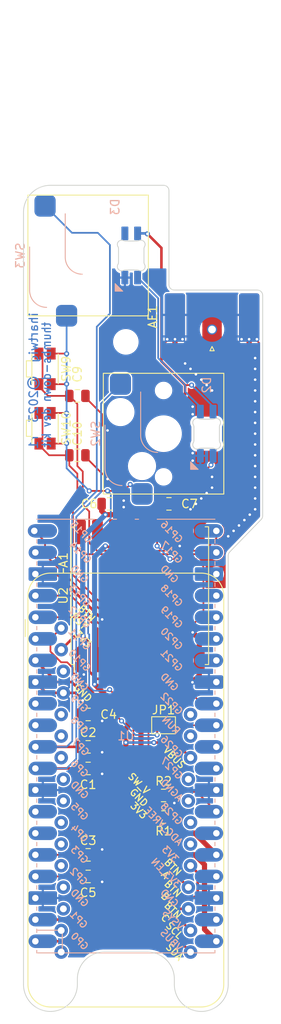
<source format=kicad_pcb>
(kicad_pcb (version 20221018) (generator pcbnew)
  (layers (0 "F.Cu" signal) (31 "B.Cu" signal) (34 "B.Paste" user) (35 "F.Paste" user) (36 "B.SilkS" user "B.Silkscreen") (37 "F.SilkS" user "F.Silkscreen") (38 "B.Mask" user) (39 "F.Mask" user) (44 "Edge.Cuts" user))
  (net 0 "")
  (net 1 "/GPIO10")
  (net 2 "GND")
  (net 3 "/GPIO6")
  (net 4 "/GPIO7")
  (net 5 "/GPIO11")
  (net 8 "/GPIO9")
  (net 9 "/GPIO8")
  (net 10 "/GPIO16")
  (net 11 "/GPIO17")
  (net 12 "/GPIO18")
  (net 13 "/GPIO19")
  (net 14 "/GPIO20")
  (net 15 "/GPIO21")
  (net 16 "/GPIO2")
  (net 17 "/GPIO3")
  (net 18 "/GPIO4")
  (net 19 "/GPIO5")
  (net 20 "+5V")
  (net 21 "/LED_DI_2")
  (net 22 "/LED_DI_1")
  (net 39 "+3V3")
  (net 40 "/SW_V")
  (net 42 "/DISP_SDA")
  (net 43 "/DISP_SCL")
  (net 44 "/RFM_ANT")
  (net 46 "/PICO_RESET")
  (net 47 "/RFM_MISO")
  (net 48 "/RFM_CSn")
  (net 49 "/RFM_SCK")
  (net 52 "/VSYS")
  (net 53 "/RFM_MOSI")
  (net 54 "/RFM_RESET")
  (net 55 "/GPIO26")
  (net 56 "/GPIO27")
  (footprint "Capacitor_SMD:C_0805_2012Metric" (layer "F.Cu") (at 145.415 84.455)
    (fp_text reference "C6")
    (fp_text value "0.1uF")
  )
  (footprint "MountingHole:MountingHole_2.7mm_M2.5" (layer "F.Cu") (at 138.43 140.97)
    (fp_text reference "H1" hide)
    (fp_text value "MountingHole")
  )
  (footprint "Capacitor_SMD:C_0805_2012Metric" (layer "F.Cu") (at 142.875 128.27)
    (fp_text reference "C5")
    (fp_text value "DNP")
  )
  (footprint "Capacitor_SMD:C_0805_2012Metric" (layer "F.Cu") (at 142.875 115.57)
    (fp_text reference "C1")
    (fp_text value "DNP")
  )
  (footprint "Button_Switch_SMD:SW_SPST_EVQP7C" (layer "F.Cu") (at 137.795 75.565 -90)
    (fp_text reference "SW10")
    (fp_text value "SW_Push")
  )
  (footprint "Resistor_SMD:R_0805_2012Metric" (layer "F.Cu") (at 151.765 121.285 180)
    (fp_text reference "R1")
    (fp_text value "R_Small")
  )
  (footprint "MountingHole:MountingHole_2.7mm_M2.5" (layer "F.Cu") (at 147.32 65.405)
    (fp_text reference "H4" hide)
    (fp_text value "MountingHole")
  )
  (footprint "pico-xpad-special:LED_SK6812MINI-E_PLCC4_3.5x3.5mm_P1.75mm" (layer "F.Cu") (at 151.765 76.2 90)
    (fp_text reference "D2")
    (fp_text value "SK6812MINI-E")
    (fp_line (start -1.699999 5.782842) (end -1.699999 4.377158) (stroke (width 0.1)) (layer "Edge.Cuts"))
    (fp_line (start -0.794452 3.58) (end 0.794452 3.58) (stroke (width 0.1)) (layer "Edge.Cuts"))
    (fp_line (start 0.794452 6.579999) (end -0.794453 6.579999) (stroke (width 0.1)) (layer "Edge.Cuts"))
    (fp_line (start 1.699999 4.377158) (end 1.699999 5.782842) (stroke (width 0.1)) (layer "Edge.Cuts"))
    (fp_arc (start -1.749484 4.16028) (mid -1.712527 4.265932) (end -1.699999 4.377158) (stroke (width 0.1)) (layer "Edge.Cuts"))
    (fp_arc (start -1.749484 4.160281) (mid -1.638072 3.575965) (end -1.046711 3.511701) (stroke (width 0.1)) (layer "Edge.Cuts"))
    (fp_arc (start -1.699999 5.782843) (mid -1.712527 5.894068) (end -1.749484 5.99972) (stroke (width 0.1)) (layer "Edge.Cuts"))
    (fp_arc (start -1.046711 6.648298) (mid -1.63807 6.584034) (end -1.749484 5.99972) (stroke (width 0.1)) (layer "Edge.Cuts"))
    (fp_arc (start -1.046711 6.648298) (mid -0.925123 6.597376) (end -0.794453 6.579999) (stroke (width 0.1)) (layer "Edge.Cuts"))
    (fp_arc (start -0.794452 3.58) (mid -0.925123 3.562623) (end -1.046711 3.511701) (stroke (width 0.1)) (layer "Edge.Cuts"))
    (fp_arc (start 0.794453 6.58) (mid 0.925123 6.597377) (end 1.046711 6.648299) (stroke (width 0.1)) (layer "Edge.Cuts"))
    (fp_arc (start 1.04671 3.511701) (mid 0.925122 3.562623) (end 0.794452 3.58) (stroke (width 0.1)) (layer "Edge.Cuts"))
    (fp_arc (start 1.046711 3.511703) (mid 1.63807 3.575965) (end 1.749484 4.16028) (stroke (width 0.1)) (layer "Edge.Cuts"))
    (fp_arc (start 1.699999 4.377157) (mid 1.712526 4.265931) (end 1.749484 4.16028) (stroke (width 0.1)) (layer "Edge.Cuts"))
    (fp_arc (start 1.749484 5.99972) (mid 1.638072 6.584037) (end 1.046711 6.648299) (stroke (width 0.1)) (layer "Edge.Cuts"))
    (fp_arc (start 1.749484 5.99972) (mid 1.71251 5.894071) (end 1.699999 5.782842) (stroke (width 0.1)) (layer "Edge.Cuts"))
  )
  (footprint "Capacitor_SMD:C_0805_2012Metric" (layer "F.Cu") (at 142.875 125.73)
    (fp_text reference "C3")
    (fp_text value "DNP")
  )
  (footprint "pico-xpad-special:Adafruit_Feather_Narrow" (layer "F.Cu") (at 137.16 99.06)
    (fp_text reference "A1")
    (fp_text value "Adafruit_Feather_Generic")
  )
  (footprint "Capacitor_SMD:C_0805_2012Metric" (layer "F.Cu") (at 141.605 78.74)
    (fp_text reference "C10")
    (fp_text value "DNP")
  )
  (footprint "MountingHole:MountingHole_2.7mm_M2.5" (layer "F.Cu") (at 138.43 82.55)
    (fp_text reference "H3" hide)
    (fp_text value "MountingHole")
  )
  (footprint "pico-xpad-special:Keyswitch_Hotswap_Kailh_1.00u" (layer "F.Cu") (at 151.765 76.2 90)
    (fp_text reference "SW2")
    (fp_text value "SW_Push")
  )
  (footprint "pico-xpad-special:LED_SK6812MINI-E_PLCC4_3.5x3.5mm_P1.75mm" (layer "F.Cu") (at 142.875 55.245 90)
    (fp_text reference "D3")
    (fp_text value "SK6812MINI-E")
    (fp_line (start -1.699999 5.782842) (end -1.699999 4.377158) (stroke (width 0.1)) (layer "Edge.Cuts"))
    (fp_line (start -0.794452 3.58) (end 0.794452 3.58) (stroke (width 0.1)) (layer "Edge.Cuts"))
    (fp_line (start 0.794452 6.579999) (end -0.794453 6.579999) (stroke (width 0.1)) (layer "Edge.Cuts"))
    (fp_line (start 1.699999 4.377158) (end 1.699999 5.782842) (stroke (width 0.1)) (layer "Edge.Cuts"))
    (fp_arc (start -1.749484 4.16028) (mid -1.712527 4.265932) (end -1.699999 4.377158) (stroke (width 0.1)) (layer "Edge.Cuts"))
    (fp_arc (start -1.749484 4.160281) (mid -1.638072 3.575965) (end -1.046711 3.511701) (stroke (width 0.1)) (layer "Edge.Cuts"))
    (fp_arc (start -1.699999 5.782843) (mid -1.712527 5.894068) (end -1.749484 5.99972) (stroke (width 0.1)) (layer "Edge.Cuts"))
    (fp_arc (start -1.046711 6.648298) (mid -1.63807 6.584034) (end -1.749484 5.99972) (stroke (width 0.1)) (layer "Edge.Cuts"))
    (fp_arc (start -1.046711 6.648298) (mid -0.925123 6.597376) (end -0.794453 6.579999) (stroke (width 0.1)) (layer "Edge.Cuts"))
    (fp_arc (start -0.794452 3.58) (mid -0.925123 3.562623) (end -1.046711 3.511701) (stroke (width 0.1)) (layer "Edge.Cuts"))
    (fp_arc (start 0.794453 6.58) (mid 0.925123 6.597377) (end 1.046711 6.648299) (stroke (width 0.1)) (layer "Edge.Cuts"))
    (fp_arc (start 1.04671 3.511701) (mid 0.925122 3.562623) (end 0.794452 3.58) (stroke (width 0.1)) (layer "Edge.Cuts"))
    (fp_arc (start 1.046711 3.511703) (mid 1.63807 3.575965) (end 1.749484 4.16028) (stroke (width 0.1)) (layer "Edge.Cuts"))
    (fp_arc (start 1.699999 4.377157) (mid 1.712526 4.265931) (end 1.749484 4.16028) (stroke (width 0.1)) (layer "Edge.Cuts"))
    (fp_arc (start 1.749484 5.99972) (mid 1.638072 6.584037) (end 1.046711 6.648299) (stroke (width 0.1)) (layer "Edge.Cuts"))
    (fp_arc (start 1.749484 5.99972) (mid 1.71251 5.894071) (end 1.699999 5.782842) (stroke (width 0.1)) (layer "Edge.Cuts"))
  )
  (footprint "Capacitor_SMD:C_0805_2012Metric" (layer "F.Cu") (at 142.875 109.22)
    (fp_text reference "C4")
    (fp_text value "DNP")
  )
  (footprint "pico-xpad-special:SMA_Molex_73251-1153_EdgeMount_Horizontal_Or_Spring_Ant" (layer "F.Cu") (at 157.48 63.95 -90)
    (fp_text reference "AE1")
    (fp_text value "Antenna_Shield")
  )
  (footprint "MountingHole:MountingHole_2.7mm_M2.5" (layer "F.Cu") (at 156.21 140.97)
    (fp_text reference "H2" hide)
    (fp_text value "MountingHole")
  )
  (footprint "pico-xpad-special:Keyswitch_Hotswap_Kailh_1.00u" (layer "F.Cu") (at 142.875 55.245 90)
    (fp_text reference "SW3")
    (fp_text value "SW_Push")
  )
  (footprint "Capacitor_SMD:C_0805_2012Metric" (layer "F.Cu") (at 141.605 71.755)
    (fp_text reference "C9")
    (fp_text value "DNP")
  )
  (footprint "Jumper:SolderJumper-2_P1.3mm_Open_TrianglePad1.0x1.5mm" (layer "F.Cu") (at 151.765 110.49)
    (fp_text reference "JP1")
    (fp_text value "SolderJumper_2_Open")
  )
  (footprint "Capacitor_SMD:C_0805_2012Metric" (layer "F.Cu") (at 152.4 84.455)
    (fp_text reference "C7")
    (fp_text value "0.1uF")
  )
  (footprint "Capacitor_SMD:C_0805_2012Metric" (layer "F.Cu") (at 142.875 113.03)
    (fp_text reference "C2")
    (fp_text value "DNP")
  )
  (footprint "Capacitor_SMD:C_0805_2012Metric" (layer "F.Cu") (at 151.765 118.745)
    (fp_text reference "R2")
    (fp_text value "R_Small")
  )
  (footprint "Button_Switch_SMD:SW_SPST_EVQP7C" (layer "F.Cu") (at 137.795 68.58 -90)
    (fp_text reference "SW9")
    (fp_text value "SW_Push")
  )
  (footprint "RF_Module:HOPERF_RFM9XW_SMD" (layer "F.Cu") (at 148.971 95.25 90)
    (fp_text reference "U2")
    (fp_text value "RFM69HCW")
  )
  (footprint "pico-xpad-special:RPi_Pico_SMD_TH_Keepouts" (layer "B.Cu") (at 147.32 111.76)
    (fp_text reference "U1")
    (fp_text value "PicoW")
  )
  (gr_line (start 139.954 92.583) (end 139.954 92.075) (stroke (width 0.15)) (layer "F.SilkS"))
  (gr_arc (start 135.255 50.165) (mid 136.184934 47.919932) (end 138.43 46.99) (stroke (width 0.1)) (layer "Edge.Cuts"))
  (gr_arc (start 149.86 137.16) (mid 152.105064 138.089936) (end 153.035 140.335) (stroke (width 0.1)) (layer "Edge.Cuts"))
  (gr_arc (start 159.385 90.551) (mid 159.433336 90.307996) (end 159.570987 90.101987) (stroke (width 0.1)) (layer "Edge.Cuts"))
  (gr_line (start 163.263013 86.301013) (end 159.570987 90.101987) (stroke (width 0.1)) (layer "Edge.Cuts"))
  (gr_arc (start 141.605 140.335) (mid 142.534936 138.089936) (end 144.78 137.16) (stroke (width 0.1)) (layer "Edge.Cuts"))
  (gr_line (start 152.4 47.625) (end 152.4 58.674) (stroke (width 0.1)) (layer "Edge.Cuts"))
  (gr_arc (start 162.814 59.309) (mid 163.263013 59.494987) (end 163.449 59.944) (stroke (width 0.1)) (layer "Edge.Cuts"))
  (gr_arc (start 163.449 85.852) (mid 163.400664 86.095004) (end 163.263013 86.301013) (stroke (width 0.1)) (layer "Edge.Cuts"))
  (gr_line (start 144.78 137.16) (end 149.86 137.16) (stroke (width 0.1)) (layer "Edge.Cuts"))
  (gr_arc (start 141.605 140.97) (mid 138.43 144.145) (end 135.255 140.97) (stroke (width 0.1)) (layer "Edge.Cuts"))
  (gr_line (start 135.255 50.165) (end 135.255 140.97) (stroke (width 0.1)) (layer "Edge.Cuts"))
  (gr_line (start 153.035 140.335) (end 153.035 140.97) (stroke (width 0.1)) (layer "Edge.Cuts"))
  (gr_line (start 141.605 140.97) (end 141.605 140.335) (stroke (width 0.1)) (layer "Edge.Cuts"))
  (gr_line (start 159.385 140.97) (end 159.385 90.551) (stroke (width 0.1)) (layer "Edge.Cuts"))
  (gr_arc (start 153.035 59.309) (mid 152.585987 59.123013) (end 152.4 58.674) (stroke (width 0.1)) (layer "Edge.Cuts"))
  (gr_arc (start 159.385 140.97) (mid 156.21 144.145) (end 153.035 140.97) (stroke (width 0.1)) (layer "Edge.Cuts"))
  (gr_arc (start 151.765 46.99) (mid 152.214013 47.175987) (end 152.4 47.625) (stroke (width 0.1)) (layer "Edge.Cuts"))
  (gr_line (start 163.449 59.944) (end 163.449 85.852) (stroke (width 0.1)) (layer "Edge.Cuts"))
  (gr_line (start 153.035 59.309) (end 162.814 59.309) (stroke (width 0.1)) (layer "Edge.Cuts"))
  (gr_line (start 138.43 46.99) (end 151.765 46.99) (stroke (width 0.1)) (layer "Edge.Cuts"))
  (gr_text "thumbs-down dev kit" (at 138.557 62.992 90) (layer "B.Cu") (effects (font (size 1 0.9) (thickness 0.1524)) (justify left bottom mirror)))
  (gr_text "ihartwig  ©2023  r1" (at 137.033 61.849 90) (layer "B.Cu") (effects (font (size 1 1) (thickness 0.1524)) (justify left bottom mirror)))
  (gr_text "SDA" (at 153.035 137.16 315) (layer "F.SilkS") (effects (font (size 0.8 0.8))))
  (gr_text "3V3" (at 148.844 120.523 315) (layer "F.SilkS") (effects (font (size 0.8 0.8))))
  (gr_text "VBUS" (at 153.035 114.3 315) (layer "F.SilkS") (effects (font (size 0.8 0.8))))
  (gr_text "GND" (at 148.844 118.999 315) (layer "F.SilkS") (effects (font (size 0.8 0.8))))
  (gr_text "BTN\nA" (at 152.4 127.635 315) (layer "F.SilkS") (effects (font (size 0.8 0.8))))
  (gr_text "BTN\nB" (at 152.4 130.175 315) (layer "F.SilkS") (effects (font (size 0.8 0.8))))
  (gr_text "3V3" (at 142.24 100.33 315) (layer "F.SilkS") (effects (font (size 0.8 0.8))))
  (gr_text "SCL" (at 153.035 134.62 315) (layer "F.SilkS") (effects (font (size 0.8 0.8))))
  (gr_text "BTN\nRST" (at 142.24 97.79 315) (layer "F.SilkS") (effects (font (size 0.8 0.8))))
  (gr_text "SW_V" (at 148.844 117.348 315) (layer "F.SilkS") (effects (font (size 0.8 0.8))))
  (gr_text "BTN\nC" (at 152.4 132.715 315) (layer "F.SilkS") (effects (font (size 0.8 0.8))))
  (gr_text "GND" (at 142.24 106.68 315) (layer "F.SilkS") (effects (font (size 0.8 0.8))))
  (segment (start 140.942398 105.41) (end 142.8491 107.316702) (width 0.3048) (layer "F.Cu") (net 1))
  (segment (start 154.686 129.54) (end 145.415 120.269) (width 0.3048) (layer "F.Cu") (net 1))
  (segment (start 141.925 110.175) (end 142.24 110.49) (width 0.3048) (layer "F.Cu") (net 1))
  (segment (start 145.415 112.395) (end 143.51 110.49) (width 0.3048) (layer "F.Cu") (net 1))
  (segment (start 142.8491 108.2959) (end 141.925 109.22) (width 0.3048) (layer "F.Cu") (net 1))
  (segment (start 136.652 102.87) (end 139.192 105.41) (width 0.3048) (layer "F.Cu") (net 1))
  (segment (start 139.192 105.41) (end 140.942398 105.41) (width 0.3048) (layer "F.Cu") (net 1))
  (segment (start 141.925 109.22) (end 141.925 110.175) (width 0.3048) (layer "F.Cu") (net 1))
  (segment (start 143.51 110.49) (end 142.24 110.49) (width 0.3048) (layer "F.Cu") (net 1))
  (segment (start 145.415 120.269) (end 145.415 112.395) (width 0.3048) (layer "F.Cu") (net 1))
  (segment (start 142.8491 107.316702) (end 142.8491 108.2959) (width 0.3048) (layer "F.Cu") (net 1))
  (segment (start 143.891 113.03) (end 144.526 113.665) (width 0.2032) (layer "F.Cu") (net 2))
  (segment (start 155.575 84.455) (end 156.21 83.82) (width 0.6096) (layer "F.Cu") (net 2))
  (segment (start 162.56 78.74) (end 162.56 80.01) (width 0.6096) (layer "F.Cu") (net 2))
  (segment (start 160.655 86.995) (end 160.02 87.63) (width 0.6096) (layer "F.Cu") (net 2))
  (segment (start 152.1968 65.093) (end 152.1968 65.2526) (width 0.2032) (layer "F.Cu") (net 2))
  (segment (start 156.845 70.485) (end 157.48 71.12) (width 0.6096) (layer "F.Cu") (net 2))
  (segment (start 157.988 79.502) (end 157.353 78.867) (width 0.2032) (layer "F.Cu") (net 2))
  (segment (start 136.652 92.71) (end 139.192 92.71) (width 0.3048) (layer "F.Cu") (net 2))
  (segment (start 143.891 128.27) (end 144.526 128.905) (width 0.2032) (layer "F.Cu") (net 2))
  (segment (start 153.971 89.107) (end 153.67 89.408) (width 0.6096) (layer "F.Cu") (net 2))
  (segment (start 143.825 109.281) (end 144.526 109.982) (width 0.2032) (layer "F.Cu") (net 2))
  (segment (start 156.845 83.185) (end 157.48 82.55) (width 0.6096) (layer "F.Cu") (net 2))
  (segment (start 162.56 83.82) (end 162.56 85.09) (width 0.6096) (layer "F.Cu") (net 2))
  (segment (start 157.988 80.518) (end 157.988 79.502) (width 0.2032) (layer "F.Cu") (net 2))
  (segment (start 155.194 78.486) (end 155.194 79.375) (width 0.2032) (layer "F.Cu") (net 2))
  (segment (start 155.575 73.025) (end 155.194 73.025) (width 0.6096) (layer "F.Cu") (net 2))
  (segment (start 161.8488 66.5988) (end 161.8488 65.4232) (width 0.6096) (layer "F.Cu") (net 2))
  (segment (start 141.971 104.125) (end 142.367 104.521) (width 0.6096) (layer "F.Cu") (net 2))
  (segment (start 161.925 85.725) (end 161.29 86.36) (width 0.6096) (layer "F.Cu") (net 2))
  (segment (start 146.365 84.455) (end 146.685 84.455) (width 0.2032) (layer "F.Cu") (net 2))
  (segment (start 144.526 75.184) (end 145.161 75.819) (width 0.2032) (layer "F.Cu") (net 2))
  (segment (start 153.971 87.725) (end 153.971 86.059) (width 0.6096) (layer "F.Cu") (net 2))
  (segment (start 162.56 71.12) (end 162.56 72.39) (width 0.6096) (layer "F.Cu") (net 2))
  (segment (start 162.7632 65.093) (end 162.7632 65.2526) (width 0.2032) (layer "F.Cu") (net 2))
  (segment (start 155.971 102.775) (end 155.971 100.345) (width 0.6096) (layer "F.Cu") (net 2))
  (segment (start 153.971 86.059) (end 154.94 85.09) (width 0.6096) (layer "F.Cu") (net 2))
  (segment (start 155.971 104.633) (end 155.1686 105.4354) (width 0.6096) (layer "F.Cu") (net 2))
  (segment (start 155.575 78.867) (end 155.194 78.486) (width 0.2032) (layer "F.Cu") (net 2))
  (segment (start 153.1112 65.093) (end 153.1112 66.7512) (width 0.6096) (layer "F.Cu") (net 2))
  (segment (start 160.02 87.63) (end 159.385 88.265) (width 0.6096) (layer "F.Cu") (net 2))
  (segment (start 146.685 84.455) (end 147.066 84.836) (width 0.2032) (layer "F.Cu") (net 2))
  (segment (start 157.353 78.867) (end 155.575 78.867) (width 0.2032) (layer "F.Cu") (net 2))
  (segment (start 143.825 113.03) (end 143.891 113.03) (width 0.2032) (layer "F.Cu") (net 2))
  (segment (start 143.891 125.73) (end 144.526 125.095) (width 0.2032) (layer "F.Cu") (net 2))
  (segment (start 141.971 102.775) (end 141.971 101.361) (width 0.6096) (layer "F.Cu") (net 2))
  (segment (start 162.56 76.2) (end 162.56 77.47) (width 0.6096) (layer "F.Cu") (net 2))
  (segment (start 144.145 73.533) (end 144.526 73.914) (width 0.2032) (layer "F.Cu") (net 2))
  (segment (start 143.825 125.73) (end 143.891 125.73) (width 0.2032) (layer "F.Cu") (net 2))
  (segment (start 152.1968 65.2526) (end 151.9174 65.532) (width 0.2032) (layer "F.Cu") (net 2))
  (segment (start 157.48 81.28) (end 157.48 81.026) (width 0.2032) (layer "F.Cu") (net 2))
  (segment (start 162.56 68.58) (end 162.56 69.85) (width 0.6096) (layer "F.Cu") (net 2))
  (segment (start 141.971 101.361) (end 142.367 100.965) (width 0.6096) (layer "F.Cu") (net 2))
  (segment (start 152.715 119.314) (end 153.035 119.634) (width 0.3048) (layer "F.Cu") (net 2))
  (segment (start 157.48 71.12) (end 155.575 73.025) (width 0.6096) (layer "F.Cu") (net 2))
  (segment (start 139.954 106.68) (end 141.351 106.68) (width 0.3048) (layer "F.Cu") (net 2))
  (segment (start 143.825 115.57) (end 143.891 115.57) (width 0.2032) (layer "F.Cu") (net 2))
  (segment (start 143.825 128.27) (end 143.891 128.27) (width 0.2032) (layer "F.Cu") (net 2))
  (segment (start 153.971 87.725) (end 153.971 89.107) (width 0.6096) (layer "F.Cu") (net 2))
  (segment (start 142.555 78.928) (end 145.161 81.534) (width 0.2032) (layer "F.Cu") (net 2))
  (segment (start 141.351 106.68) (end 142.24 107.569) (width 0.3048) (layer "F.Cu") (net 2))
  (segment (start 155.971 100.345) (end 155.194 99.568) (width 0.6096) (layer "F.Cu") (net 2))
  (segment (start 137.922 106.68) (end 139.954 106.68) (width 0.3048) (layer "F.Cu") (net 2))
  (segment (start 162.56 67.31) (end 161.8488 66.5988) (width 0.6096) (layer "F.Cu") (net 2))
  (segment (start 142.555 71.943) (end 144.145 73.533) (width 0.2032) (layer "F.Cu") (net 2))
  (segment (start 136.652 105.41) (end 137.922 106.68) (width 0.3048) (layer "F.Cu") (net 2))
  (segment (start 154.305 67.945) (end 154.94 68.58) (width 0.6096) (layer "F.Cu") (net 2))
  (segment (start 157.48 81.026) (end 157.988 80.518) (width 0.2032) (layer "F.Cu") (net 2))
  (segment (start 141.971 102.775) (end 141.971 104.125) (width 0.6096) (layer "F.Cu") (net 2))
  (segment (start 142.555 71.755) (end 142.555 71.943) (width 0.2032) (layer "F.Cu") (net 2))
  (segment (start 155.971 102.775) (end 155.971 104.633) (width 0.6096) (layer "F.Cu") (net 2))
  (segment (start 144.526 98.044) (end 139.192 92.71) (width 0.3048) (layer "F.Cu") (net 2))
  (segment (start 162.56 73.66) (end 162.56 74.93) (width 0.6096) (layer "F.Cu") (net 2))
  (segment (start 143.825 109.22) (end 143.825 109.281) (width 0.2032) (layer "F.Cu") (net 2))
  (segment (start 152.715 118.745) (end 152.715 119.314) (width 0.3048) (layer "F.Cu") (net 2))
  (segment (start 143.891 115.57) (end 144.526 116.205) (width 0.2032) (layer "F.Cu") (net 2))
  (segment (start 162.56 81.28) (end 162.56 82.55) (width 0.6096) (layer "F.Cu") (net 2))
  (segment (start 153.1112 66.7512) (end 154.305 67.945) (width 0.6096) (layer "F.Cu") (net 2))
  (segment (start 142.555 78.74) (end 142.555 79.309) (width 0.2032) (layer "F.Cu") (net 2))
  (segment (start 144.526 73.914) (end 144.526 75.184) (width 0.2032) (layer "F.Cu") (net 2))
  (segment (start 162.7632 65.2526) (end 163.0426 65.532) (width 0.2032) (layer "F.Cu") (net 2))
  (segment (start 142.555 78.74) (end 142.555 78.928) (width 0.2032) (layer "F.Cu") (net 2))
  (segment (start 146.685 84.455) (end 147.066 84.074) (width 0.2032) (layer "F.Cu") (net 2))
  (segment (start 155.575 69.215) (end 156.21 69.85) (width 0.6096) (layer "F.Cu") (net 2))
  (via (at 145.161 81.534) (size 0.6096) (drill 0.3048) (layers "F.Cu" "B.Cu") (net 2))
  (via (at 162.56 71.12) (size 0.6096) (drill 0.3048) (layers "F.Cu" "B.Cu") (net 2))
  (via (at 144.526 128.905) (size 0.6096) (drill 0.3048) (layers "F.Cu" "B.Cu") (net 2))
  (via (at 142.367 104.521) (size 0.6096) (drill 0.3048) (layers "F.Cu" "B.Cu") (net 2))
  (via (at 162.56 78.74) (size 0.6096) (drill 0.3048) (layers "F.Cu" "B.Cu") (net 2))
  (via (at 147.066 84.836) (size 0.6096) (drill 0.3048) (layers "F.Cu" "B.Cu") (net 2))
  (via (at 155.194 99.568) (size 0.6096) (drill 0.3048) (layers "F.Cu" "B.Cu") (net 2))
  (via (at 154.94 68.58) (size 0.6096) (drill 0.3048) (layers "F.Cu" "B.Cu") (net 2))
  (via (at 154.94 85.09) (size 0.6096) (drill 0.3048) (layers "F.Cu" "B.Cu") (net 2))
  (via (at 162.56 77.47) (size 0.6096) (drill 0.3048) (layers "F.Cu" "B.Cu") (net 2))
  (via (at 155.194 79.375) (size 0.6096) (drill 0.3048) (layers "F.Cu" "B.Cu") (net 2))
  (via (at 159.385 88.265) (size 0.6096) (drill 0.3048) (layers "F.Cu" "B.Cu") (net 2))
  (via (at 156.21 69.85) (size 0.6096) (drill 0.3048) (layers "F.Cu" "B.Cu") (net 2))
  (via (at 162.56 80.01) (size 0.6096) (drill 0.3048) (layers "F.Cu" "B.Cu") (net 2))
  (via (at 144.526 109.982) (size 0.6096) (drill 0.3048) (layers "F.Cu" "B.Cu") (net 2))
  (via (at 162.56 72.39) (size 0.6096) (drill 0.3048) (layers "F.Cu" "B.Cu") (net 2))
  (via (at 162.56 76.2) (size 0.6096) (drill 0.3048) (layers "F.Cu" "B.Cu") (net 2))
  (via (at 155.1686 105.4354) (size 0.6096) (drill 0.3048) (layers "F.Cu" "B.Cu") (net 2))
  (via (at 157.48 81.28) (size 0.6096) (drill 0.3048) (layers "F.Cu" "B.Cu") (net 2))
  (via (at 156.21 83.82) (size 0.6096) (drill 0.3048) (layers "F.Cu" "B.Cu") (net 2))
  (via (at 155.575 69.215) (size 0.6096) (drill 0.3048) (layers "F.Cu" "B.Cu") (net 2))
  (via (at 154.305 67.945) (size 0.6096) (drill 0.3048) (layers "F.Cu" "B.Cu") (net 2))
  (via (at 153.035 119.634) (size 0.6096) (drill 0.3048) (layers "F.Cu" "B.Cu") (net 2))
  (via (at 144.526 116.205) (size 0.6096) (drill 0.3048) (layers "F.Cu" "B.Cu") (net 2))
  (via (at 156.845 83.185) (size 0.6096) (drill 0.3048) (layers "F.Cu" "B.Cu") (net 2))
  (via (at 155.194 78.486) (size 0.6096) (drill 0.3048) (layers "F.Cu" "B.Cu") (net 2))
  (via (at 162.56 68.58) (size 0.6096) (drill 0.3048) (layers "F.Cu" "B.Cu") (net 2))
  (via (at 162.56 74.93) (size 0.6096) (drill 0.3048) (layers "F.Cu" "B.Cu") (net 2))
  (via (at 162.56 82.55) (size 0.6096) (drill 0.3048) (layers "F.Cu" "B.Cu") (net 2))
  (via (at 157.48 71.12) (size 0.6096) (drill 0.3048) (layers "F.Cu" "B.Cu") (net 2))
  (via (at 162.56 73.66) (size 0.6096) (drill 0.3048) (layers "F.Cu" "B.Cu") (net 2))
  (via (at 160.02 87.63) (size 0.6096) (drill 0.3048) (layers "F.Cu" "B.Cu") (net 2))
  (via (at 162.56 81.28) (size 0.6096) (drill 0.3048) (layers "F.Cu" "B.Cu") (net 2))
  (via (at 144.526 125.095) (size 0.6096) (drill 0.3048) (layers "F.Cu" "B.Cu") (net 2))
  (via (at 144.526 113.665) (size 0.6096) (drill 0.3048) (layers "F.Cu" "B.Cu") (net 2))
  (via (at 155.575 84.455) (size 0.6096) (drill 0.3048) (layers "F.Cu" "B.Cu") (net 2))
  (via (at 162.56 83.82) (size 0.6096) (drill 0.3048) (layers "F.Cu" "B.Cu") (net 2))
  (via (at 162.56 69.85) (size 0.6096) (drill 0.3048) (layers "F.Cu" "B.Cu") (net 2))
  (via (at 155.194 73.025) (size 0.6096) (drill 0.3048) (layers "F.Cu" "B.Cu") (net 2))
  (via (at 145.161 75.819) (size 0.6096) (drill 0.3048) (layers "F.Cu" "B.Cu") (net 2))
  (via (at 157.48 82.55) (size 0.6096) (drill 0.3048) (layers "F.Cu" "B.Cu") (net 2))
  (via (at 147.066 84.074) (size 0.6096) (drill 0.3048) (layers "F.Cu" "B.Cu") (net 2))
  (via (at 142.24 107.569) (size 0.6096) (drill 0.3048) (layers "F.Cu" "B.Cu") (net 2))
  (via (at 142.367 100.965) (size 0.6096) (drill 0.3048) (layers "F.Cu" "B.Cu") (net 2))
  (via (at 153.67 89.408) (size 0.6096) (drill 0.3048) (layers "F.Cu" "B.Cu") (net 2))
  (via (at 156.845 70.485) (size 0.6096) (drill 0.3048) (layers "F.Cu" "B.Cu") (net 2))
  (via (at 144.526 98.044) (size 0.6096) (drill 0.3048) (layers "F.Cu" "B.Cu") (net 2))
  (via (at 161.29 86.36) (size 0.6096) (drill 0.3048) (layers "F.Cu" "B.Cu") (net 2))
  (via (at 162.56 85.09) (size 0.6096) (drill 0.3048) (layers "F.Cu" "B.Cu") (net 2))
  (via (at 162.56 67.31) (size 0.6096) (drill 0.3048) (layers "F.Cu" "B.Cu") (net 2))
  (via (at 161.925 85.725) (size 0.6096) (drill 0.3048) (layers "F.Cu" "B.Cu") (net 2))
  (via (at 155.194 73.914) (size 0.6096) (drill 0.3048) (layers "F.Cu" "B.Cu") (net 2))
  (via (at 160.655 86.995) (size 0.6096) (drill 0.3048) (layers "F.Cu" "B.Cu") (net 2))
  (segment (start 156.21 83.82) (end 156.845 83.185) (width 0.6096) (layer "B.Cu") (net 2))
  (segment (start 162.56 85.09) (end 161.925 85.725) (width 0.6096) (layer "B.Cu") (net 2))
  (segment (start 162.56 74.93) (end 162.56 76.2) (width 0.6096) (layer "B.Cu") (net 2))
  (segment (start 162.56 69.85) (end 162.56 71.12) (width 0.6096) (layer "B.Cu") (net 2))
  (segment (start 162.56 80.01) (end 162.56 81.28) (width 0.6096) (layer "B.Cu") (net 2))
  (segment (start 155.194 105.41) (end 155.1686 105.4354) (width 0.6096) (layer "B.Cu") (net 2))
  (segment (start 155.194 73.025) (end 155.194 73.914) (width 0.6096) (layer "B.Cu") (net 2))
  (segment (start 157.48 82.55) (end 157.48 81.28) (width 0.6096) (layer "B.Cu") (net 2))
  (segment (start 161.29 86.36) (end 160.655 86.995) (width 0.6096) (layer "B.Cu") (net 2))
  (segment (start 154.94 85.09) (end 155.575 84.455) (width 0.6096) (layer "B.Cu") (net 2))
  (segment (start 162.56 82.55) (end 162.56 83.82) (width 0.6096) (layer "B.Cu") (net 2))
  (segment (start 156.21 69.85) (end 156.845 70.485) (width 0.6096) (layer "B.Cu") (net 2))
  (segment (start 147.205 57.845) (end 147.205 58.305) (width 0.2032) (layer "B.Cu") (net 2))
  (segment (start 154.94 68.58) (end 155.575 69.215) (width 0.6096) (layer "B.Cu") (net 2))
  (segment (start 162.56 77.47) (end 162.56 78.74) (width 0.6096) (layer "B.Cu") (net 2))
  (segment (start 162.56 67.31) (end 162.56 68.58) (width 0.6096) (layer "B.Cu") (net 2))
  (segment (start 156.21 105.41) (end 155.194 105.41) (width 0.6096) (layer "B.Cu") (net 2))
  (segment (start 162.56 72.39) (end 162.56 73.66) (width 0.6096) (layer "B.Cu") (net 2))
  (segment (start 141.925 115.57) (end 136.652 115.57) (width 0.3048) (layer "F.Cu") (net 3))
  (segment (start 140.335 115.57) (end 141.478 114.427) (width 0.2032) (layer "B.Cu") (net 3))
  (segment (start 141.478 85.979) (end 144.399 83.058) (width 0.2032) (layer "B.Cu") (net 3))
  (segment (start 144.399 72.644) (end 146.685 70.358) (width 0.2032) (layer "B.Cu") (net 3))
  (segment (start 144.399 83.058) (end 144.399 72.644) (width 0.2032) (layer "B.Cu") (net 3))
  (segment (start 141.478 114.427) (end 141.478 85.979) (width 0.2032) (layer "B.Cu") (net 3))
  (segment (start 138.43 115.57) (end 140.335 115.57) (width 0.2032) (layer "B.Cu") (net 3))
  (segment (start 136.652 113.03) (end 141.925 113.03) (width 0.3048) (layer "F.Cu") (net 4))
  (segment (start 141.008 101.759188) (end 141.008 112.357) (width 0.2032) (layer "B.Cu") (net 4))
  (segment (start 145.440899 54.002299) (end 145.440899 62.077101) (width 0.2032) (layer "B.Cu") (net 4))
  (segment (start 140.995899 101.747087) (end 141.008 101.759188) (width 0.2032) (layer "B.Cu") (net 4))
  (segment (start 143.891 82.931) (end 140.995899 85.826101) (width 0.2032) (layer "B.Cu") (net 4))
  (segment (start 140.335 113.03) (end 138.43 113.03) (width 0.2032) (layer "B.Cu") (net 4))
  (segment (start 144.0166 52.578) (end 145.440899 54.002299) (width 0.2032) (layer "B.Cu") (net 4))
  (segment (start 141.008 112.357) (end 140.335 113.03) (width 0.2032) (layer "B.Cu") (net 4))
  (segment (start 145.440899 62.077101) (end 143.891 63.627) (width 0.2032) (layer "B.Cu") (net 4))
  (segment (start 140.97 52.578) (end 144.0166 52.578) (width 0.2032) (layer "B.Cu") (net 4))
  (segment (start 137.795 49.403) (end 140.97 52.578) (width 0.2032) (layer "B.Cu") (net 4))
  (segment (start 140.995899 85.826101) (end 140.995899 101.747087) (width 0.2032) (layer "B.Cu") (net 4))
  (segment (start 143.891 63.627) (end 143.891 82.931) (width 0.2032) (layer "B.Cu") (net 4))
  (segment (start 151.04 111.596) (end 151.003 111.633) (width 0.1524) (layer "F.Cu") (net 5))
  (segment (start 141.082 103.759) (end 141.082 104.252) (width 0.2032) (layer "F.Cu") (net 5))
  (segment (start 141.082 104.252) (end 146.812 109.982) (width 0.2032) (layer "F.Cu") (net 5))
  (segment (start 136.652 100.33) (end 138.43 100.33) (width 0.2032) (layer "F.Cu") (net 5))
  (segment (start 151.003 111.633) (end 151.003 110.527) (width 0.1524) (layer "F.Cu") (net 5))
  (segment (start 140.409 103.086) (end 141.082 103.759) (width 0.2032) (layer "F.Cu") (net 5))
  (segment (start 138.43 100.33) (end 139.7 99.06) (width 0.2032) (layer "F.Cu") (net 5))
  (segment (start 138.43 100.33) (end 138.43 101.820582) (width 0.2032) (layer "F.Cu") (net 5))
  (segment (start 151.003 110.527) (end 151.04 110.49) (width 0.1524) (layer "F.Cu") (net 5))
  (segment (start 138.43 101.820582) (end 139.695418 103.086) (width 0.2032) (layer "F.Cu") (net 5))
  (segment (start 139.695418 103.086) (end 140.409 103.086) (width 0.2032) (layer "F.Cu") (net 5))
  (via (at 146.812 109.982) (size 0.6096) (drill 0.3048) (layers "F.Cu" "B.Cu") (net 5))
  (via (at 151.003 111.633) (size 0.6096) (drill 0.3048) (layers "F.Cu" "B.Cu") (net 5))
  (segment (start 148.463 111.633) (end 151.003 111.633) (width 0.2032) (layer "B.Cu") (net 5))
  (segment (start 146.812 109.982) (end 148.463 111.633) (width 0.2032) (layer "B.Cu") (net 5))
  (segment (start 142.24 84.582) (end 143.002 85.344) (width 0.2032) (layer "F.Cu") (net 10))
  (segment (start 143.002 89.039223) (end 143.929077 89.9663) (width 0.2032) (layer "F.Cu") (net 10))
  (segment (start 137.499 67.204) (end 137.075 66.78) (width 0.2032) (layer "F.Cu") (net 10))
  (segment (start 156.5407 89.9663) (end 157.988 88.519) (width 0.2032) (layer "F.Cu") (net 10))
  (segment (start 141.605 72.705) (end 141.605 80.01) (width 0.2032) (layer "F.Cu") (net 10))
  (segment (start 143.002 85.344) (end 143.002 89.039223) (width 0.2032) (layer "F.Cu") (net 10))
  (segment (start 143.929077 89.9663) (end 156.5407 89.9663) (width 0.2032) (layer "F.Cu") (net 10))
  (segment (start 138.157 71.755) (end 137.075 70.673) (width 0.2032) (layer "F.Cu") (net 10))
  (segment (start 137.075 70.38) (end 137.499 69.956) (width 0.2032) (layer "F.Cu") (net 10))
  (segment (start 157.988 88.519) (end 157.988 87.63) (width 0.2032) (layer "F.Cu") (net 10))
  (segment (start 141.605 80.01) (end 142.24 80.645) (width 0.2032) (layer "F.Cu") (net 10))
  (segment (start 142.24 80.645) (end 142.24 84.582) (width 0.2032) (layer "F.Cu") (net 10))
  (segment (start 140.655 71.755) (end 141.605 72.705) (width 0.2032) (layer "F.Cu") (net 10))
  (segment (start 137.075 70.673) (end 137.075 70.38) (width 0.2032) (layer "F.Cu") (net 10))
  (segment (start 137.499 69.956) (end 137.499 67.204) (width 0.2032) (layer "F.Cu") (net 10))
  (segment (start 140.655 71.755) (end 138.157 71.755) (width 0.2032) (layer "F.Cu") (net 10))
  (segment (start 157.988 87.63) (end 156.712622 87.63) (width 0.2032) (layer "B.Cu") (net 10))
  (segment (start 141.082 85.105) (end 141.605 84.582) (width 0.2032) (layer "F.Cu") (net 11))
  (segment (start 140.655 78.74) (end 138.275 78.74) (width 0.2032) (layer "F.Cu") (net 11))
  (segment (start 137.499 76.766) (end 137.499 74.189) (width 0.2032) (layer "F.Cu") (net 11))
  (segment (start 156.91037 90.17) (end 156.70667 90.3737) (width 0.2032) (layer "F.Cu") (net 11))
  (segment (start 137.075 77.365) (end 137.075 77.19) (width 0.2032) (layer "F.Cu") (net 11))
  (segment (start 141.082 89.119223) (end 141.082 85.105) (width 0.2032) (layer "F.Cu") (net 11))
  (segment (start 137.499 74.189) (end 137.075 73.765) (width 0.2032) (layer "F.Cu") (net 11))
  (segment (start 141.605 80.899) (end 140.655 79.949) (width 0.2032) (layer "F.Cu") (net 11))
  (segment (start 141.605 84.582) (end 141.605 80.899) (width 0.2032) (layer "F.Cu") (net 11))
  (segment (start 156.70667 90.3737) (end 142.336477 90.3737) (width 0.2032) (layer "F.Cu") (net 11))
  (segment (start 140.655 79.949) (end 140.655 78.74) (width 0.2032) (layer "F.Cu") (net 11))
  (segment (start 137.075 77.19) (end 137.499 76.766) (width 0.2032) (layer "F.Cu") (net 11))
  (segment (start 137.075 77.54) (end 137.075 77.365) (width 0.2032) (layer "F.Cu") (net 11))
  (segment (start 142.336477 90.3737) (end 141.082 89.119223) (width 0.2032) (layer "F.Cu") (net 11))
  (segment (start 157.988 90.17) (end 156.91037 90.17) (width 0.2032) (layer "F.Cu") (net 11))
  (segment (start 138.275 78.74) (end 137.075 77.54) (width 0.2032) (layer "F.Cu") (net 11))
  (segment (start 152.4 130.81) (end 153.67 132.08) (width 0.3048) (layer "F.Cu") (net 16))
  (segment (start 152.4 130.81) (end 144.465 130.81) (width 0.3048) (layer "F.Cu") (net 16))
  (segment (start 153.67 132.08) (end 154.686 132.08) (width 0.3048) (layer "F.Cu") (net 16))
  (segment (start 141.925 128.27) (end 136.652 128.27) (width 0.2032) (layer "F.Cu") (net 16))
  (segment (start 144.465 130.81) (end 141.925 128.27) (width 0.3048) (layer "F.Cu") (net 16))
  (segment (start 155.7908 130.328024) (end 155.308824 130.81) (width 0.3048) (layer "F.Cu") (net 17))
  (segment (start 141.925 125.73) (end 136.652 125.73) (width 0.2032) (layer "F.Cu") (net 17))
  (segment (start 143.195 127) (end 141.925 125.73) (width 0.3048) (layer "F.Cu") (net 17))
  (segment (start 150.495 127) (end 143.195 127) (width 0.3048) (layer "F.Cu") (net 17))
  (segment (start 154.305 130.81) (end 150.495 127) (width 0.3048) (layer "F.Cu") (net 17))
  (segment (start 154.94 127) (end 155.7908 127.8508) (width 0.3048) (layer "F.Cu") (net 17))
  (segment (start 155.308824 130.81) (end 154.305 130.81) (width 0.3048) (layer "F.Cu") (net 17))
  (segment (start 155.7908 127.8508) (end 155.7908 130.328024) (width 0.3048) (layer "F.Cu") (net 17))
  (segment (start 144.907 89.408) (end 145.0038 89.5048) (width 0.3048) (layer "F.Cu") (net 20))
  (segment (start 147.574 110.617) (end 147.574 109.601) (width 0.6096) (layer "F.Cu") (net 20))
  (segment (start 152.7682 125.7172) (end 147.32 120.269) (width 0.6096) (layer "F.Cu") (net 20))
  (segment (start 154.305 80.645) (end 151.45 83.5) (width 0.3048) (layer "F.Cu") (net 20))
  (segment (start 148.971 86.369935) (end 149.488935 85.852) (width 0.3048) (layer "F.Cu") (net 20))
  (segment (start 147.574 109.601) (end 146.558 108.585) (width 0.6096) (layer "F.Cu") (net 20))
  (segment (start 149.86 52.705) (end 151.511 54.356) (width 0.3048) (layer "F.Cu") (net 20))
  (segment (start 154.305 70.485) (end 154.305 72.39) (width 0.3048) (layer "F.Cu") (net 20))
  (segment (start 153.162 112.522) (end 152.146 112.522) (width 0.3048) (layer "F.Cu") (net 20))
  (segment (start 146.558 108.585) (end 143.637 105.664) (width 0.6096) (layer "F.Cu") (net 20))
  (segment (start 151.45 84.516) (end 151.45 84.455) (width 0.3048) (layer "F.Cu") (net 20))
  (segment (start 148.971 89.154) (end 148.971 86.369935) (width 0.3048) (layer "F.Cu") (net 20))
  (segment (start 156.591 126.873) (end 155.4352 125.7172) (width 0.6096) (layer "F.Cu") (net 20))
  (segment (start 155.4352 125.7172) (end 152.7682 125.7172) (width 0.6096) (layer "F.Cu") (net 20))
  (segment (start 151.511 54.356) (end 151.511 67.691) (width 0.3048) (layer "F.Cu") (net 20))
  (segment (start 147.32 120.269) (end 147.32 112.522) (width 0.6096) (layer "F.Cu") (net 20))
  (segment (start 157.988 135.89) (end 156.591 134.493) (width 0.6096) (layer "F.Cu") (net 20))
  (segment (start 150.114 85.852) (end 151.45 84.516) (width 0.3048) (layer "F.Cu") (net 20))
  (segment (start 148.6202 89.5048) (end 148.971 89.154) (width 0.3048) (layer "F.Cu") (net 20))
  (segment (start 147.32 110.871) (end 147.574 110.617) (width 0.6096) (layer "F.Cu") (net 20))
  (segment (start 151.511 67.691) (end 154.305 70.485) (width 0.3048) (layer "F.Cu") (net 20))
  (segment (start 152.146 112.522) (end 150.622 112.522) (width 0.3048) (layer "F.Cu") (net 20))
  (segment (start 155.067 70.485) (end 154.305 70.485) (width 0.2032) (layer "F.Cu") (net 20))
  (segment (start 154.305 72.39) (end 154.305 80.645) (width 0.3048) (layer "F.Cu") (net 20))
  (segment (start 147.32 112.522) (end 147.32 110.871) (width 0.6096) (layer "F.Cu") (net 20))
  (segment (start 145.0038 89.5048) (end 148.6202 89.5048) (width 0.3048) (layer "F.Cu") (net 20))
  (segment (start 156.591 134.493) (end 156.591 126.873) (width 0.6096) (layer "F.Cu") (net 20))
  (segment (start 149.488935 85.852) (end 150.114 85.852) (width 0.3048) (layer "F.Cu") (net 20))
  (segment (start 154.94 114.3) (end 153.162 112.522) (width 0.3048) (layer "F.Cu") (net 20))
  (segment (start 151.45 83.5) (end 151.45 84.455) (width 0.3048) (layer "F.Cu") (net 20))
  (via (at 155.067 70.485) (size 0.6096) (drill 0.3048) (layers "F.Cu" "B.Cu") (net 20))
  (via (at 147.32 112.522) (size 0.6096) (drill 0.3048) (layers "F.Cu" "B.Cu") (net 20))
  (via (at 150.622 112.522) (size 0.6096) (drill 0.3048) (layers "F.Cu" "B.Cu") (net 20))
  (via (at 143.637 105.664) (size 0.6096) (drill 0.3048) (layers "F.Cu" "B.Cu") (net 20))
  (via (at 144.907 89.408) (size 0.6096) (drill 0.3048) (layers "F.Cu" "B.Cu") (net 20))
  (via (at 149.86 52.705) (size 0.6096) (drill 0.3048) (layers "F.Cu" "B.Cu") (net 20))
  (segment (start 143.637 90.678) (end 144.907 89.408) (width 0.6096) (layer "B.Cu") (net 20))
  (segment (start 149.8 52.645) (end 149.86 52.705) (width 0.3048) (layer "B.Cu") (net 20))
  (segment (start 148.705 52.645) (end 149.8 52.645) (width 0.3048) (layer "B.Cu") (net 20))
  (segment (start 157.595 73.6) (end 157.595 73.013) (width 0.2032) (layer "B.Cu") (net 20))
  (segment (start 157.595 73.013) (end 155.067 70.485) (width 0.2032) (layer "B.Cu") (net 20))
  (segment (start 143.637 105.664) (end 143.637 90.678) (width 0.6096) (layer "B.Cu") (net 20))
  (segment (start 150.622 112.522) (end 147.32 112.522) (width 0.3048) (layer "B.Cu") (net 20))
  (segment (start 154.305 70.485) (end 151.13 67.31) (width 0.2032) (layer "B.Cu") (net 21))
  (segment (start 148.705 57.845) (end 151.13 60.27) (width 0.2032) (layer "B.Cu") (net 21))
  (segment (start 156.095 73.037) (end 154.305 71.247) (width 0.2032) (layer "B.Cu") (net 21))
  (segment (start 151.13 60.27) (end 151.13 67.31) (width 0.2032) (layer "B.Cu") (net 21))
  (segment (start 154.305 71.247) (end 154.305 70.485) (width 0.2032) (layer "B.Cu") (net 21))
  (segment (start 156.095 73.6) (end 156.095 73.037) (width 0.2032) (layer "B.Cu") (net 21))
  (segment (start 152.019 116.078) (end 154.267 118.326) (width 0.2032) (layer "F.Cu") (net 22))
  (segment (start 152.527 90.932) (end 155.575 90.932) (width 0.2032) (layer "F.Cu") (net 22))
  (segment (start 156.464 97.409) (end 153.162 100.711) (width 0.2032) (layer "F.Cu") (net 22))
  (segment (start 152.4 85.012777) (end 151.003 86.409777) (width 0.2032) (layer "F.Cu") (net 22))
  (segment (start 152.4 84.455) (end 152.4 85.012777) (width 0.2032) (layer "F.Cu") (net 22))
  (segment (start 155.664 118.326) (end 157.988 120.65) (width 0.2032) (layer "F.Cu") (net 22))
  (segment (start 154.267 118.326) (end 155.664 118.326) (width 0.2032) (layer "F.Cu") (net 22))
  (segment (start 151.003 86.409777) (end 151.003 89.408) (width 0.2032) (layer "F.Cu") (net 22))
  (segment (start 155.575 90.932) (end 156.464 91.821) (width 0.2032) (layer "F.Cu") (net 22))
  (segment (start 151.003 107.95) (end 149.987 108.966) (width 0.2032) (layer "F.Cu") (net 22))
  (segment (start 151.529777 100.711) (end 151.021777 101.219) (width 0.2032) (layer "F.Cu") (net 22))
  (segment (start 155.448 80.264) (end 152.4 83.312) (width 0.2032) (layer "F.Cu") (net 22))
  (segment (start 149.987 114.554) (end 151.511 116.078) (width 0.2032) (layer "F.Cu") (net 22))
  (segment (start 149.987 108.966) (end 149.987 114.554) (width 0.2032) (layer "F.Cu") (net 22))
  (segment (start 156.972 80.264) (end 155.448 80.264) (width 0.2032) (layer "F.Cu") (net 22))
  (segment (start 151.003 101.219) (end 151.003 107.95) (width 0.2032) (layer "F.Cu") (net 22))
  (segment (start 151.511 116.078) (end 152.019 116.078) (width 0.2032) (layer "F.Cu") (net 22))
  (segment (start 153.162 100.711) (end 151.529777 100.711) (width 0.2032) (layer "F.Cu") (net 22))
  (segment (start 151.021777 101.219) (end 151.003 101.219) (width 0.2032) (layer "F.Cu") (net 22))
  (segment (start 152.4 83.312) (end 152.4 84.455) (width 0.2032) (layer "F.Cu") (net 22))
  (segment (start 157.353 79.883) (end 156.972 80.264) (width 0.2032) (layer "F.Cu") (net 22))
  (segment (start 156.464 91.821) (end 156.464 97.409) (width 0.2032) (layer "F.Cu") (net 22))
  (via (at 151.003 89.408) (size 0.6096) (drill 0.3048) (layers "F.Cu" "B.Cu") (net 22))
  (via (at 157.353 79.883) (size 0.6096) (drill 0.3048) (layers "F.Cu" "B.Cu") (net 22))
  (via (at 152.527 90.932) (size 0.6096) (drill 0.3048) (layers "F.Cu" "B.Cu") (net 22))
  (segment (start 157.595 78.8) (end 157.595 79.641) (width 0.2032) (layer "B.Cu") (net 22))
  (segment (start 157.595 79.641) (end 157.353 79.883) (width 0.2032) (layer "B.Cu") (net 22))
  (segment (start 151.003 89.408) (end 152.527 90.932) (width 0.2032) (layer "B.Cu") (net 22))
  (segment (start 141.29773 100.00227) (end 142.288598 100.00227) (width 0.3048) (layer "F.Cu") (net 39))
  (segment (start 147.955 87.709) (end 147.971 87.725) (width 0.6096) (layer "F.Cu") (net 39))
  (segment (start 149.098 115.062) (end 149.098 108.839) (width 0.6096) (layer "F.Cu") (net 39))
  (segment (start 144.465 84.455) (end 144.465 83.886) (width 0.2032) (layer "F.Cu") (net 39))
  (segment (start 142.288598 100.00227) (end 143.0312 100.744872) (width 0.3048) (layer "F.Cu") (net 39))
  (segment (start 154.41925 123.1772) (end 151.765 120.52295) (width 0.6096) (layer "F.Cu") (net 39))
  (segment (start 143.0312 104.190265) (end 143.869935 105.029) (width 0.3048) (layer "F.Cu") (net 39))
  (segment (start 151.765 119.888) (end 151.765 117.729) (width 0.3048) (layer "F.Cu") (net 39))
  (segment (start 144.465 84.455) (end 144.465 85.283) (width 0.6096) (layer "F.Cu") (net 39))
  (segment (start 151.765 120.52295) (end 151.765 119.888) (width 0.6096) (layer "F.Cu") (net 39))
  (segment (start 146.558 85.725) (end 144.907 85.725) (width 0.6096) (layer "F.Cu") (net 39))
  (segment (start 151.765 117.729) (end 149.098 115.062) (width 0.6096) (layer "F.Cu") (net 39))
  (segment (start 145.669 105.41) (end 146.431 106.172) (width 0.3048) (layer "F.Cu") (net 39))
  (segment (start 143.0312 100.744872) (end 143.0312 104.190265) (width 0.3048) (layer "F.Cu") (net 39))
  (segment (start 144.465 85.283) (end 144.907 85.725) (width 0.6096) (layer "F.Cu") (net 39))
  (segment (start 143.869935 105.029) (end 145.034 105.029) (width 0.3048) (layer "F.Cu") (net 39))
  (segment (start 157.988 125.73) (end 155.4352 123.1772) (width 0.6096) (layer "F.Cu") (net 39))
  (segment (start 147.971 87.138) (end 147.971 87.725) (width 0.6096) (layer "F.Cu") (net 39))
  (segment (start 155.4352 123.1772) (end 154.41925 123.1772) (width 0.6096) (layer "F.Cu") (net 39))
  (segment (start 139.7 101.6) (end 141.29773 100.00227) (width 0.3048) (layer "F.Cu") (net 39))
  (segment (start 147.971 87.138) (end 146.558 85.725) (width 0.6096) (layer "F.Cu") (net 39))
  (segment (start 149.098 108.839) (end 146.431 106.172) (width 0.6096) (layer "F.Cu") (net 39))
  (segment (start 145.415 105.41) (end 145.669 105.41) (width 0.3048) (layer "F.Cu") (net 39))
  (segment (start 145.034 105.029) (end 145.415 105.41) (width 0.3048) (layer "F.Cu") (net 39))
  (via (at 142.288598 100.00227) (size 0.6096) (drill 0.3048) (layers "F.Cu" "B.Cu") (net 39))
  (via (at 144.907 85.725) (size 0.6096) (drill 0.3048) (layers "F.Cu" "B.Cu") (net 39))
  (segment (start 142.24 88.392) (end 142.24 99.953672) (width 0.6096) (layer "B.Cu") (net 39))
  (segment (start 142.24 99.953672) (end 142.288598 100.00227) (width 0.6096) (layer "B.Cu") (net 39))
  (segment (start 144.907 85.725) (end 142.24 88.392) (width 0.6096) (layer "B.Cu") (net 39))
  (segment (start 140.313 70.38) (end 140.335 70.358) (width 0.2032) (layer "F.Cu") (net 40))
  (segment (start 150.815 118.303) (end 150.815 118.745) (width 0.2032) (layer "F.Cu") (net 40))
  (segment (start 150.8525 118.7825) (end 150.815 118.745) (width 0.2032) (layer "F.Cu") (net 40))
  (segment (start 138.515 73.765) (end 140.313 73.765) (width 0.2032) (layer "F.Cu") (net 40))
  (segment (start 138.515 70.38) (end 140.313 70.38) (width 0.2032) (layer "F.Cu") (net 40))
  (segment (start 147.066 82.931) (end 145.161 82.931) (width 0.2032) (layer "F.Cu") (net 40))
  (segment (start 140.313 77.365) (end 140.335 77.343) (width 0.2032) (layer "F.Cu") (net 40))
  (segment (start 150.8525 121.285) (end 150.8525 118.7825) (width 0.2032) (layer "F.Cu") (net 40))
  (segment (start 138.515 66.78) (end 140.313 66.78) (width 0.2032) (layer "F.Cu") (net 40))
  (segment (start 140.313 73.765) (end 140.335 73.787) (width 0.2032) (layer "F.Cu") (net 40))
  (segment (start 138.515 77.365) (end 140.313 77.365) (width 0.2032) (layer "F.Cu") (net 40))
  (segment (start 143.002 82.931) (end 145.161 82.931) (width 0.2032) (layer "F.Cu") (net 40))
  (segment (start 145.415 106.299) (end 148.209 109.093) (width 0.2032) (layer "F.Cu") (net 40))
  (segment (start 148.209 109.093) (end 148.209 115.697) (width 0.2032) (layer "F.Cu") (net 40))
  (segment (start 147.828 82.169) (end 147.066 82.931) (width 0.2032) (layer "F.Cu") (net 40))
  (segment (start 140.313 66.78) (end 140.335 66.802) (width 0.2032) (layer "F.Cu") (net 40))
  (segment (start 148.209 115.697) (end 150.815 118.303) (width 0.2032) (layer "F.Cu") (net 40))
  (via (at 145.415 106.299) (size 0.6096) (drill 0.3048) (layers "F.Cu" "B.Cu") (net 40))
  (via (at 147.828 82.169) (size 0.6096) (drill 0.3048) (layers "F.Cu" "B.Cu") (net 40))
  (via (at 140.335 66.802) (size 0.6096) (drill 0.3048) (layers "F.Cu" "B.Cu") (net 40))
  (via (at 140.335 70.358) (size 0.6096) (drill 0.3048) (layers "F.Cu" "B.Cu") (net 40))
  (via (at 143.002 82.931) (size 0.6096) (drill 0.3048) (layers "F.Cu" "B.Cu") (net 40))
  (via (at 145.161 82.931) (size 0.6096) (drill 0.3048) (layers "F.Cu" "B.Cu") (net 40))
  (via (at 140.335 77.343) (size 0.6096) (drill 0.3048) (layers "F.Cu" "B.Cu") (net 40))
  (via (at 140.335 73.787) (size 0.6096) (drill 0.3048) (layers "F.Cu" "B.Cu") (net 40))
  (segment (start 143.51 106.426) (end 145.288 106.426) (width 0.2032) (layer "B.Cu") (net 40))
  (segment (start 145.542 86.106) (end 145.542 83.312) (width 0.2032) (layer "B.Cu") (net 40))
  (segment (start 140.335 73.787) (end 140.335 77.343) (width 0.2032) (layer "B.Cu") (net 40))
  (segment (start 140.335 70.358) (end 140.335 73.787) (width 0.2032) (layer "B.Cu") (net 40))
  (segment (start 148.944 83.285) (end 147.828 82.169) (width 0.2032) (layer "B.Cu") (net 40))
  (segment (start 140.335 77.343) (end 140.335 80.01) (width 0.2032) (layer "B.Cu") (net 40))
  (segment (start 143.002 99.822) (end 142.875 99.695) (width 0.2032) (layer "B.Cu") (net 40))
  (segment (start 143.002 82.931) (end 140.335 80.264) (width 0.2032) (layer "B.Cu") (net 40))
  (segment (start 142.875 88.773) (end 145.542 86.106) (width 0.2032) (layer "B.Cu") (net 40))
  (segment (start 140.335 66.802) (end 140.335 70.358) (width 0.2032) (layer "B.Cu") (net 40))
  (segment (start 140.335 62.33) (end 140.335 64.135) (width 0.2032) (layer "B.Cu") (net 40))
  (segment (start 143.51 106.426) (end 143.002 105.918) (width 0.2032) (layer "B.Cu") (net 40))
  (segment (start 140.335 64.135) (end 140.335 66.802) (width 0.2032) (layer "B.Cu") (net 40))
  (segment (start 140.335 80.264) (end 140.335 80.01) (width 0.2032) (layer "B.Cu") (net 40))
  (segment (start 149.225 83.285) (end 148.944 83.285) (width 0.2032) (layer "B.Cu") (net 40))
  (segment (start 142.875 99.695) (end 142.875 88.773) (width 0.2032) (layer "B.Cu") (net 40))
  (segment (start 145.542 83.312) (end 145.161 82.931) (width 0.2032) (layer "B.Cu") (net 40))
  (segment (start 145.288 106.426) (end 145.415 106.299) (width 0.2032) (layer "B.Cu") (net 40))
  (segment (start 143.002 105.918) (end 143.002 99.822) (width 0.2032) (layer "B.Cu") (net 40))
  (segment (start 136.652 135.89) (end 153.67 135.89) (width 0.3048) (layer "F.Cu") (net 42))
  (segment (start 153.67 135.89) (end 154.94 137.16) (width 0.3048) (layer "F.Cu") (net 42))
  (segment (start 136.652 133.35) (end 153.67 133.35) (width 0.3048) (layer "F.Cu") (net 43))
  (segment (start 153.67 133.35) (end 154.94 134.62) (width 0.3048) (layer "F.Cu") (net 43))
  (segment (start 155.971 86.648) (end 157.226 85.393) (width 1.27) (layer "F.Cu") (net 44))
  (segment (start 157.226 85.393) (end 158.9512 85.393) (width 1.27) (layer "F.Cu") (net 44))
  (segment (start 160.2702 77.216) (end 160.2702 84.074) (width 2.29) (layer "F.Cu") (net 44))
  (segment (start 158.9512 85.393) (end 160.2702 84.074) (width 1.27) (layer "F.Cu") (net 44))
  (segment (start 155.971 87.725) (end 155.971 86.648) (width 1.27) (layer "F.Cu") (net 44))
  (segment (start 157.48 67.881733) (end 159.416634 69.818367) (width 2.29) (layer "F.Cu") (net 44))
  (segment (start 160.2702 70.671933) (end 160.2702 77.216) (width 2.29) (layer "F.Cu") (net 44))
  (segment (start 159.6624 85.3948) (end 160.6983 84.3609) (width 1.27) (layer "F.Cu") (net 44))
  (segment (start 159.416634 69.818367) (end 160.2702 70.671933) (width 2.29) (layer "F.Cu") (net 44))
  (segment (start 157.48 63.95) (end 157.48 67.881733) (width 2.29) (layer "F.Cu") (net 44))
  (segment (start 157.9372 85.3948) (end 159.6624 85.3948) (width 1.27) (layer "F.Cu") (net 44))
  (segment (start 157.988 110.49) (end 152.49 110.49) (width 0.1524) (layer "F.Cu") (net 46))
  (segment (start 136.652 97.79) (end 142.6718 97.79) (width 0.2032) (layer "F.Cu") (net 47))
  (segment (start 144.018 102.728) (end 143.971 102.775) (width 0.2032) (layer "F.Cu") (net 47))
  (segment (start 143.971 102.775) (end 143.971 99.0892) (width 0.2032) (layer "F.Cu") (net 47))
  (segment (start 143.971 99.0892) (end 142.6718 97.79) (width 0.2032) (layer "F.Cu") (net 47))
  (segment (start 149.971 102.775) (end 149.971 103.718388) (width 0.2032) (layer "F.Cu") (net 48))
  (segment (start 148.787887 104.901501) (end 145.592301 104.901501) (width 0.2032) (layer "F.Cu") (net 48))
  (segment (start 140.843 95.25) (end 136.652 95.25) (width 0.2032) (layer "F.Cu") (net 48))
  (segment (start 149.971 103.718388) (end 148.787887 104.901501) (width 0.2032) (layer "F.Cu") (net 48))
  (segment (start 144.9578 104.267) (end 144.9578 99.3648) (width 0.2032) (layer "F.Cu") (net 48))
  (segment (start 144.9578 99.3648) (end 140.843 95.25) (width 0.2032) (layer "F.Cu") (net 48))
  (segment (start 145.592301 104.901501) (end 144.9578 104.267) (width 0.2032) (layer "F.Cu") (net 48))
  (segment (start 147.971 101.997) (end 145.796 99.822) (width 0.2032) (layer "F.Cu") (net 49))
  (segment (start 147.971 102.775) (end 147.971 101.997) (width 0.2032) (layer "F.Cu") (net 49))
  (segment (start 145.796 99.822) (end 145.796 98.425) (width 0.2032) (layer "F.Cu") (net 49))
  (segment (start 137.541 90.17) (end 136.652 90.17) (width 0.2032) (layer "F.Cu") (net 49))
  (segment (start 145.796 98.425) (end 137.541 90.17) (width 0.2032) (layer "F.Cu") (net 49))
  (segment (start 148.971 101.219) (end 148.971 104.2162) (width 0.2032) (layer "F.Cu") (net 53))
  (segment (start 145.971 103.6546) (end 145.971 102.775) (width 0.2032) (layer "F.Cu") (net 53))
  (segment (start 148.6408 104.5464) (end 146.8628 104.5464) (width 0.2032) (layer "F.Cu") (net 53))
  (segment (start 146.431 98.171) (end 146.431 99.568) (width 0.2032) (layer "F.Cu") (net 53))
  (segment (start 148.971 104.2162) (end 148.6408 104.5464) (width 0.2032) (layer "F.Cu") (net 53))
  (segment (start 146.431 99.568) (end 147.574 100.711) (width 0.2032) (layer "F.Cu") (net 53))
  (segment (start 146.8628 104.5464) (end 145.971 103.6546) (width 0.2032) (layer "F.Cu") (net 53))
  (segment (start 137.795 89.535) (end 146.431 98.171) (width 0.2032) (layer "F.Cu") (net 53))
  (segment (start 136.525 87.63) (end 137.795 88.9) (width 0.2032) (layer "F.Cu") (net 53))
  (segment (start 137.795 88.9) (end 137.795 89.535) (width 0.2032) (layer "F.Cu") (net 53))
  (segment (start 147.574 100.711) (end 148.463 100.711) (width 0.2032) (layer "F.Cu") (net 53))
  (segment (start 148.463 100.711) (end 148.971 101.219) (width 0.2032) (layer "F.Cu") (net 53))
  (segment (start 157.988 107.95) (end 156.2608 107.95) (width 0.2032) (layer "F.Cu") (net 54))
  (segment (start 151.971 103.6602) (end 151.971 102.775) (width 0.2032) (layer "F.Cu") (net 54))
  (segment (start 156.2608 107.95) (end 151.971 103.6602) (width 0.2032) (layer "F.Cu") (net 54))
  (zone (net 2) (net_name "GND") (layer "F.Cu") (connect_pads (clearance 0.1524)) (min_thickness 0.1524) (fill yes (thermal_gap 0.1524) (thermal_bridge_width 0.254))
    (polygon (pts (xy 164.973 62.103) (xy 151.13 62.103) (xy 151.13 89.916) (xy 154.559 89.916) (xy 156.464 91.821) (xy 156.464 94.361) (xy 164.846 94.361)))
  )
  (zone (net 2) (net_name "GND") (layer "B.Cu") (priority 1) (connect_pads (clearance 0.1524)) (min_thickness 0.1524) (fill yes (thermal_gap 0.1524) (thermal_bridge_width 0.254))
    (polygon (pts (xy 137.033 137.795) (xy 136.906 85.725) (xy 139.446 85.725) (xy 141.859 82.296) (xy 141.859 56.769) (xy 164.211 56.769) (xy 164.211 86.233) (xy 157.607 93.091) (xy 157.607 137.795)))
  )
)
</source>
